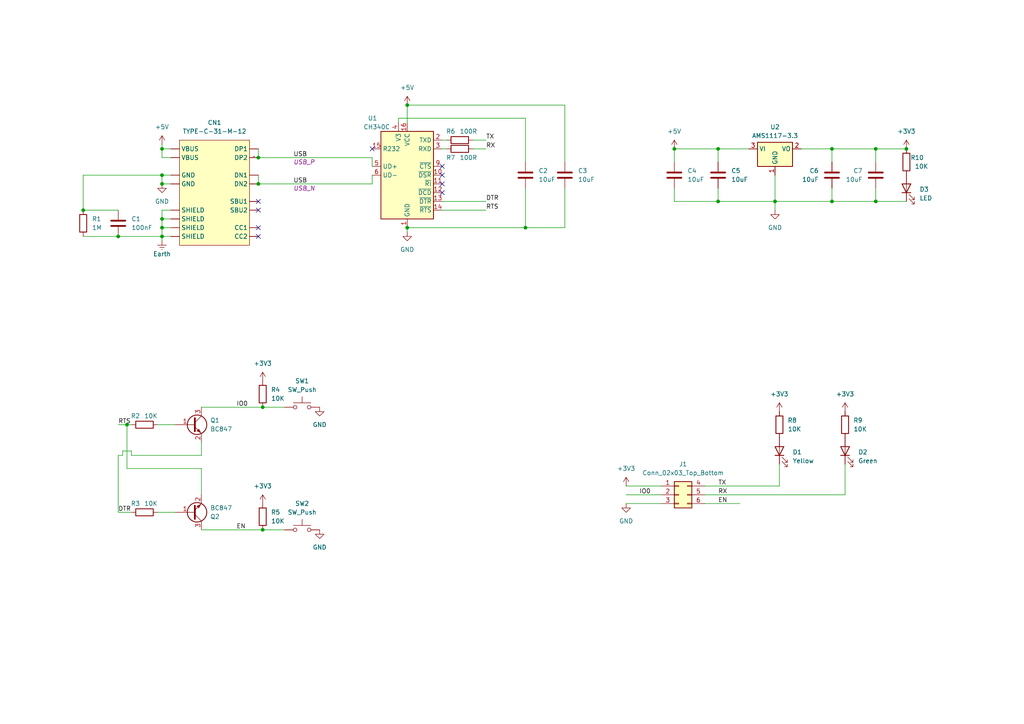
<source format=kicad_sch>
(kicad_sch (version 20230121) (generator eeschema)
  (paper "A4")
  (title_block (title "TPB - TTL Programming Board") (date "9/9/2023") (rev "V1.1"))
  (lib_symbols
    (symbol "Connector_Generic:Conn_02x03_Top_Bottom" (pin_names (offset 1.016) hide)
      (property "Reference" "J" (at 1.27 5.08 0))
      (property "Value" "Conn_02x03_Top_Bottom" (at 1.27 -5.08 0))
      (symbol "Conn_02x03_Top_Bottom_1_1"
        (rectangle (start -1.27 -2.413) (end 0 -2.667) (stroke (width 0.1524)))
        (rectangle (start -1.27 0.127) (end 0 -0.127) (stroke (width 0.1524)))
        (rectangle (start -1.27 2.667) (end 0 2.413) (stroke (width 0.1524)))
        (rectangle (start -1.27 3.81) (end 3.81 -3.81) (stroke (width 0.254)) (fill (type background)))
        (rectangle (start 3.81 -2.413) (end 2.54 -2.667) (stroke (width 0.1524)))
        (rectangle (start 3.81 0.127) (end 2.54 -0.127) (stroke (width 0.1524)))
        (rectangle (start 3.81 2.667) (end 2.54 2.413) (stroke (width 0.1524)))
        (pin passive line (at -5.08 2.54 0) (length 3.81) (name "Pin_1") (number "1"))
        (pin passive line (at -5.08 0 0) (length 3.81) (name "Pin_2") (number "2"))
        (pin passive line (at -5.08 -2.54 0) (length 3.81) (name "Pin_3") (number "3"))
        (pin passive line (at 7.62 2.54 180) (length 3.81) (name "Pin_4") (number "4"))
        (pin passive line (at 7.62 0 180) (length 3.81) (name "Pin_5") (number "5"))
        (pin passive line (at 7.62 -2.54 180) (length 3.81) (name "Pin_6") (number "6"))
      )
    )
    (symbol "Device:C" (pin_numbers hide) (pin_names (offset 0.254))
      (property "Reference" "C" (at 0.635 2.54 0))
      (property "Value" "C" (at 0.635 -2.54 0))
      (symbol "C_0_1"
        (polyline (pts (xy -2.032 -0.762) (xy 2.032 -0.762)) (stroke (width 0.508)))
        (polyline (pts (xy -2.032 0.762) (xy 2.032 0.762)) (stroke (width 0.508)))
      )
      (symbol "C_1_1"
        (pin passive line (at 0 3.81 270) (length 2.794) (name "~") (number "1"))
        (pin passive line (at 0 -3.81 90) (length 2.794) (name "~") (number "2"))
      )
    )
    (symbol "Device:LED" (pin_numbers hide) (pin_names (offset 1.016) hide)
      (property "Reference" "D" (at 0 2.54 0))
      (property "Value" "LED" (at 0 -2.54 0))
      (symbol "LED_0_1"
        (polyline (pts (xy -1.27 -1.27) (xy -1.27 1.27)) (stroke (width 0.254)))
        (polyline (pts (xy -1.27 0) (xy 1.27 0)))
        (polyline (pts (xy 1.27 -1.27) (xy 1.27 1.27) (xy -1.27 0) (xy 1.27 -1.27)) (stroke (width 0.254)))
        (polyline (pts (xy -3.048 -0.762) (xy -4.572 -2.286) (xy -3.81 -2.286) (xy -4.572 -2.286) (xy -4.572 -1.524)))
        (polyline (pts (xy -1.778 -0.762) (xy -3.302 -2.286) (xy -2.54 -2.286) (xy -3.302 -2.286) (xy -3.302 -1.524)))
      )
      (symbol "LED_1_1"
        (pin passive line (at -3.81 0 0) (length 2.54) (name "K") (number "1"))
        (pin passive line (at 3.81 0 180) (length 2.54) (name "A") (number "2"))
      )
    )
    (symbol "Device:R" (pin_numbers hide) (pin_names (offset 0))
      (property "Reference" "R" (at 2.032 0 90))
      (property "Value" "R" (at 0 0 90))
      (symbol "R_0_1"
        (rectangle (start -1.016 -2.54) (end 1.016 2.54) (stroke (width 0.254)))
      )
      (symbol "R_1_1"
        (pin passive line (at 0 3.81 270) (length 1.27) (name "~") (number "1"))
        (pin passive line (at 0 -3.81 90) (length 1.27) (name "~") (number "2"))
      )
    )
    (symbol "Interface_USB:CH340C"
      (property "Reference" "U" (at -5.08 13.97 0))
      (property "Value" "CH340C" (at 1.27 13.97 0))
      (symbol "CH340C_0_1"
        (rectangle (start -7.62 12.7) (end 7.62 -12.7) (stroke (width 0.254)) (fill (type background)))
      )
      (symbol "CH340C_1_1"
        (pin power_in line (at 0 -15.24 90) (length 2.54) (name "GND") (number "1"))
        (pin input line (at 10.16 0 180) (length 2.54) (name "~{DSR}") (number "10"))
        (pin input line (at 10.16 -2.54 180) (length 2.54) (name "~{RI}") (number "11"))
        (pin input line (at 10.16 -5.08 180) (length 2.54) (name "~{DCD}") (number "12"))
        (pin output line (at 10.16 -7.62 180) (length 2.54) (name "~{DTR}") (number "13"))
        (pin output line (at 10.16 -10.16 180) (length 2.54) (name "~{RTS}") (number "14"))
        (pin input line (at -10.16 7.62 0) (length 2.54) (name "R232") (number "15"))
        (pin power_in line (at 0 15.24 270) (length 2.54) (name "VCC") (number "16"))
        (pin output line (at 10.16 10.16 180) (length 2.54) (name "TXD") (number "2"))
        (pin input line (at 10.16 7.62 180) (length 2.54) (name "RXD") (number "3"))
        (pin passive line (at -2.54 15.24 270) (length 2.54) (name "V3") (number "4"))
        (pin bidirectional line (at -10.16 2.54 0) (length 2.54) (name "UD+") (number "5"))
        (pin bidirectional line (at -10.16 0 0) (length 2.54) (name "UD-") (number "6"))
        (pin no_connect line (at -7.62 -7.62 0) (length 2.54) hide (name "NC") (number "7"))
        (pin no_connect line (at -7.62 -10.16 0) (length 2.54) hide (name "NC") (number "8"))
        (pin input line (at 10.16 2.54 180) (length 2.54) (name "~{CTS}") (number "9"))
      )
    )
    (symbol "RK Library:TYPE-C-31-M-12"
      (property "Reference" "CN?" (at -7.62 17.78 0))
      (property "Value" "TYPE-C-31-M-12" (at 0 -17.78 0))
      (symbol "TYPE-C-31-M-12_1_1"
        (rectangle (start -10.16 15.24) (end 10.16 -15.24) (fill (type background)))
        (pin power_in line (at -12.7 2.54 0) (length 2.54) (name "GND") (number "A1/B12"))
        (pin power_in line (at -12.7 12.7 0) (length 2.54) (name "VBUS") (number "A4/B9"))
        (pin passive line (at 12.7 -10.16 180) (length 2.54) (name "CC1") (number "A5"))
        (pin passive line (at 12.7 12.7 180) (length 2.54) (name "DP1") (number "A6"))
        (pin passive line (at 12.7 5.08 180) (length 2.54) (name "DN1") (number "A7"))
        (pin passive line (at 12.7 -2.54 180) (length 2.54) (name "SBU1") (number "A8"))
        (pin power_in line (at -12.7 5.08 0) (length 2.54) (name "GND") (number "B1/A12"))
        (pin power_out line (at -12.7 10.16 0) (length 2.54) (name "VBUS") (number "B4/A9"))
        (pin passive line (at 12.7 -12.7 180) (length 2.54) (name "CC2") (number "B5"))
        (pin passive line (at 12.7 10.16 180) (length 2.54) (name "DP2") (number "B6"))
        (pin passive line (at 12.7 2.54 180) (length 2.54) (name "DN2") (number "B7"))
        (pin passive line (at 12.7 -5.08 180) (length 2.54) (name "SBU2") (number "B8"))
        (pin passive line (at -12.7 -5.08 0) (length 2.54) (name "SHIELD") (number "S1"))
        (pin passive line (at -12.7 -7.62 0) (length 2.54) (name "SHIELD") (number "S2"))
        (pin passive line (at -12.7 -10.16 0) (length 2.54) (name "SHIELD") (number "S3"))
        (pin passive line (at -12.7 -12.7 0) (length 2.54) (name "SHIELD") (number "S4"))
      )
    )
    (symbol "Regulator_Linear:AMS1117-3.3"
      (property "Reference" "U" (at -3.81 3.175 0))
      (property "Value" "AMS1117-3.3" (at 0 3.175 0))
      (symbol "AMS1117-3.3_0_1"
        (rectangle (start -5.08 -5.08) (end 5.08 1.905) (stroke (width 0.254)) (fill (type background)))
      )
      (symbol "AMS1117-3.3_1_1"
        (pin power_in line (at 0 -7.62 90) (length 2.54) (name "GND") (number "1"))
        (pin power_out line (at 7.62 0 180) (length 2.54) (name "VO") (number "2"))
        (pin power_in line (at -7.62 0 0) (length 2.54) (name "VI") (number "3"))
      )
    )
    (symbol "Switch:SW_Push" (pin_numbers hide) (pin_names (offset 1.016) hide)
      (property "Reference" "SW" (at 1.27 2.54 0))
      (property "Value" "SW_Push" (at 0 -1.524 0))
      (symbol "SW_Push_0_1"
        (circle (center -2.032 0) (radius 0.508))
        (polyline (pts (xy 0 1.27) (xy 0 3.048)))
        (polyline (pts (xy 2.54 1.27) (xy -2.54 1.27)))
        (circle (center 2.032 0) (radius 0.508))
        (pin passive line (at -5.08 0 0) (length 2.54) (name "1") (number "1"))
        (pin passive line (at 5.08 0 180) (length 2.54) (name "2") (number "2"))
      )
    )
    (symbol "Transistor_BJT:BC847" (pin_names (offset 0) hide)
      (property "Reference" "Q" (at 5.08 1.905 0))
      (property "Value" "BC847" (at 5.08 0 0))
      (symbol "BC847_0_1"
        (polyline (pts (xy 0.635 0.635) (xy 2.54 2.54)))
        (polyline (pts (xy 0.635 -0.635) (xy 2.54 -2.54) (xy 2.54 -2.54)))
        (polyline (pts (xy 0.635 1.905) (xy 0.635 -1.905) (xy 0.635 -1.905)) (stroke (width 0.508)))
        (polyline (pts (xy 1.27 -1.778) (xy 1.778 -1.27) (xy 2.286 -2.286) (xy 1.27 -1.778) (xy 1.27 -1.778)) (fill (type outline)))
        (circle (center 1.27 0) (radius 2.8194) (stroke (width 0.254)))
      )
      (symbol "BC847_1_1"
        (pin input line (at -5.08 0 0) (length 5.715) (name "B") (number "1"))
        (pin passive line (at 2.54 -5.08 90) (length 2.54) (name "E") (number "2"))
        (pin passive line (at 2.54 5.08 270) (length 2.54) (name "C") (number "3"))
      )
    )
    (symbol "power:+3V3" (power) (pin_names (offset 0))
      (property "Value" "+3V3" (at 0 3.556 0))
      (symbol "+3V3_0_1"
        (polyline (pts (xy -0.762 1.27) (xy 0 2.54)))
        (polyline (pts (xy 0 0) (xy 0 2.54)))
        (polyline (pts (xy 0 2.54) (xy 0.762 1.27)))
      )
      (symbol "+3V3_1_1"
        (pin power_in line (at 0 0 90) (length 0) hide (name "+3V3") (number "1"))
      )
    )
    (symbol "power:+5V" (power) (pin_names (offset 0))
      (property "Value" "+5V" (at 0 3.556 0))
      (symbol "+5V_0_1"
        (polyline (pts (xy -0.762 1.27) (xy 0 2.54)))
        (polyline (pts (xy 0 0) (xy 0 2.54)))
        (polyline (pts (xy 0 2.54) (xy 0.762 1.27)))
      )
      (symbol "+5V_1_1"
        (pin power_in line (at 0 0 90) (length 0) hide (name "+5V") (number "1"))
      )
    )
    (symbol "power:Earth" (power) (pin_names (offset 0))
      (symbol "Earth_0_1"
        (polyline (pts (xy -0.635 -1.905) (xy 0.635 -1.905)))
        (polyline (pts (xy -0.127 -2.54) (xy 0.127 -2.54)))
        (polyline (pts (xy 0 -1.27) (xy 0 0)))
        (polyline (pts (xy 1.27 -1.27) (xy -1.27 -1.27)))
      )
      (symbol "Earth_1_1"
        (pin power_in line (at 0 0 270) (length 0) hide (name "Earth") (number "1"))
      )
    )
    (symbol "power:GND" (power) (pin_names (offset 0))
      (property "Value" "GND" (at 0 -3.81 0))
      (symbol "GND_0_1"
        (polyline (pts (xy 0 0) (xy 0 -1.27) (xy 1.27 -1.27) (xy 0 -2.54) (xy -1.27 -1.27) (xy 0 -1.27)))
      )
      (symbol "GND_1_1"
        (pin power_in line (at 0 0 270) (length 0) hide (name "GND") (number "1"))
      )
    )
  )
  (junction (at 46.99 53.34))
  (junction (at 46.99 63.5))
  (junction (at 74.93 45.72))
  (junction (at 118.11 30.48))
  (junction (at 34.29 68.58))
  (junction (at 254 43.18))
  (junction (at 241.3 43.18))
  (junction (at 46.99 43.18))
  (junction (at 76.2 153.67))
  (junction (at 152.4 66.04))
  (junction (at 118.11 66.04))
  (junction (at 74.93 53.34))
  (junction (at 254 58.42))
  (junction (at 46.99 50.8))
  (junction (at 208.28 43.18))
  (junction (at 195.58 43.18))
  (junction (at 241.3 58.42))
  (junction (at 36.83 123.19))
  (junction (at 24.13 60.96))
  (junction (at 208.28 58.42))
  (junction (at 76.2 118.11))
  (junction (at 224.79 58.42))
  (junction (at 46.99 68.58))
  (junction (at 262.89 43.18))
  (junction (at 46.99 66.04))
  (no_connect (at 107.95 43.18))
  (no_connect (at 128.27 53.34))
  (no_connect (at 128.27 50.8))
  (no_connect (at 128.27 55.88))
  (no_connect (at 74.93 66.04))
  (no_connect (at 74.93 68.58))
  (no_connect (at 74.93 58.42))
  (no_connect (at 128.27 48.26))
  (no_connect (at 74.93 60.96))
  (wire (pts (xy 241.3 43.18) (xy 232.41 43.18)))
  (wire (pts (xy 38.1 132.08) (xy 58.42 132.08)))
  (wire (pts (xy 115.57 34.29) (xy 115.57 35.56)))
  (wire (pts (xy 34.29 148.59) (xy 38.1 148.59)))
  (wire (pts (xy 46.99 66.04) (xy 46.99 63.5)))
  (wire (pts (xy 58.42 153.67) (xy 76.2 153.67)))
  (wire (pts (xy 224.79 58.42) (xy 241.3 58.42)))
  (wire (pts (xy 163.83 30.48) (xy 118.11 30.48)))
  (wire (pts (xy 46.99 63.5) (xy 49.53 63.5)))
  (wire (pts (xy 152.4 54.61) (xy 152.4 66.04)))
  (wire (pts (xy 38.1 130.81) (xy 38.1 132.08)))
  (wire (pts (xy 245.11 134.62) (xy 245.11 143.51)))
  (wire (pts (xy 254 46.99) (xy 254 43.18)))
  (wire (pts (xy 45.72 148.59) (xy 50.8 148.59)))
  (wire (pts (xy 181.61 140.97) (xy 191.77 140.97)))
  (wire (pts (xy 76.2 118.11) (xy 82.55 118.11)))
  (wire (pts (xy 195.58 54.61) (xy 195.58 58.42)))
  (wire (pts (xy 35.56 130.81) (xy 38.1 130.81)))
  (wire (pts (xy 45.72 123.19) (xy 50.8 123.19)))
  (wire (pts (xy 118.11 66.04) (xy 152.4 66.04)))
  (wire (pts (xy 241.3 58.42) (xy 254 58.42)))
  (wire (pts (xy 46.99 43.18) (xy 49.53 43.18)))
  (wire (pts (xy 36.83 135.89) (xy 58.42 135.89)))
  (wire (pts (xy 74.93 50.8) (xy 74.93 53.34)))
  (wire (pts (xy 163.83 54.61) (xy 163.83 66.04)))
  (wire (pts (xy 36.83 123.19) (xy 38.1 123.19)))
  (wire (pts (xy 46.99 69.85) (xy 46.99 68.58)))
  (wire (pts (xy 195.58 46.99) (xy 195.58 43.18)))
  (wire (pts (xy 74.93 53.34) (xy 107.95 53.34)))
  (wire (pts (xy 128.27 40.64) (xy 129.54 40.64)))
  (wire (pts (xy 181.61 146.05) (xy 191.77 146.05)))
  (wire (pts (xy 46.99 50.8) (xy 46.99 53.34)))
  (wire (pts (xy 58.42 135.89) (xy 58.42 143.51)))
  (wire (pts (xy 34.29 132.08) (xy 35.56 132.08)))
  (wire (pts (xy 208.28 54.61) (xy 208.28 58.42)))
  (wire (pts (xy 46.99 68.58) (xy 46.99 66.04)))
  (wire (pts (xy 204.47 143.51) (xy 245.11 143.51)))
  (wire (pts (xy 107.95 45.72) (xy 107.95 48.26)))
  (wire (pts (xy 137.16 40.64) (xy 140.97 40.64)))
  (wire (pts (xy 241.3 46.99) (xy 241.3 43.18)))
  (wire (pts (xy 46.99 45.72) (xy 49.53 45.72)))
  (wire (pts (xy 107.95 50.8) (xy 107.95 53.34)))
  (wire (pts (xy 224.79 58.42) (xy 224.79 50.8)))
  (wire (pts (xy 152.4 34.29) (xy 152.4 46.99)))
  (wire (pts (xy 76.2 153.67) (xy 82.55 153.67)))
  (wire (pts (xy 115.57 34.29) (xy 152.4 34.29)))
  (wire (pts (xy 128.27 43.18) (xy 129.54 43.18)))
  (wire (pts (xy 195.58 58.42) (xy 208.28 58.42)))
  (wire (pts (xy 118.11 66.04) (xy 118.11 67.31)))
  (wire (pts (xy 74.93 45.72) (xy 107.95 45.72)))
  (wire (pts (xy 24.13 50.8) (xy 24.13 60.96)))
  (wire (pts (xy 58.42 118.11) (xy 76.2 118.11)))
  (wire (pts (xy 137.16 43.18) (xy 140.97 43.18)))
  (wire (pts (xy 46.99 53.34) (xy 49.53 53.34)))
  (wire (pts (xy 58.42 128.27) (xy 58.42 132.08)))
  (wire (pts (xy 152.4 66.04) (xy 163.83 66.04)))
  (wire (pts (xy 208.28 46.99) (xy 208.28 43.18)))
  (wire (pts (xy 226.06 134.62) (xy 226.06 140.97)))
  (wire (pts (xy 46.99 66.04) (xy 49.53 66.04)))
  (wire (pts (xy 35.56 130.81) (xy 35.56 132.08)))
  (wire (pts (xy 46.99 68.58) (xy 49.53 68.58)))
  (wire (pts (xy 254 43.18) (xy 262.89 43.18)))
  (wire (pts (xy 204.47 140.97) (xy 226.06 140.97)))
  (wire (pts (xy 254 54.61) (xy 254 58.42)))
  (wire (pts (xy 36.83 123.19) (xy 36.83 135.89)))
  (wire (pts (xy 24.13 50.8) (xy 46.99 50.8)))
  (wire (pts (xy 46.99 41.91) (xy 46.99 43.18)))
  (wire (pts (xy 208.28 43.18) (xy 217.17 43.18)))
  (wire (pts (xy 224.79 60.96) (xy 224.79 58.42)))
  (wire (pts (xy 204.47 146.05) (xy 214.63 146.05)))
  (wire (pts (xy 128.27 58.42) (xy 140.97 58.42)))
  (wire (pts (xy 195.58 43.18) (xy 208.28 43.18)))
  (wire (pts (xy 254 58.42) (xy 262.89 58.42)))
  (wire (pts (xy 181.61 143.51) (xy 191.77 143.51)))
  (wire (pts (xy 46.99 43.18) (xy 46.99 45.72)))
  (wire (pts (xy 163.83 46.99) (xy 163.83 30.48)))
  (wire (pts (xy 46.99 60.96) (xy 49.53 60.96)))
  (wire (pts (xy 34.29 123.19) (xy 36.83 123.19)))
  (wire (pts (xy 34.29 132.08) (xy 34.29 148.59)))
  (wire (pts (xy 24.13 60.96) (xy 34.29 60.96)))
  (wire (pts (xy 24.13 68.58) (xy 34.29 68.58)))
  (wire (pts (xy 241.3 54.61) (xy 241.3 58.42)))
  (wire (pts (xy 49.53 50.8) (xy 46.99 50.8)))
  (wire (pts (xy 128.27 60.96) (xy 140.97 60.96)))
  (wire (pts (xy 34.29 68.58) (xy 46.99 68.58)))
  (wire (pts (xy 254 43.18) (xy 241.3 43.18)))
  (wire (pts (xy 74.93 43.18) (xy 74.93 45.72)))
  (wire (pts (xy 208.28 58.42) (xy 224.79 58.42)))
  (wire (pts (xy 46.99 63.5) (xy 46.99 60.96)))
  (wire (pts (xy 118.11 30.48) (xy 118.11 35.56)))
  (label "USB" (at 85.09 45.72 0) (property "USB" "USB_P" (at 85.09 46.99 0) (effects (font italic) (justify left))))
  (label "RX" (at 208.28 143.51 0))
  (label "TX" (at 140.97 40.64 0))
  (label "EN" (at 208.28 146.05 0))
  (label "DTR" (at 140.97 58.42 0))
  (label "DTR" (at 34.29 148.59 0))
  (label "IO0" (at 185.42 143.51 0))
  (label "IO0" (at 68.58 118.11 0))
  (label "EN" (at 68.58 153.67 0))
  (label "RTS" (at 140.97 60.96 0))
  (label "USB" (at 85.09 53.34 0) (property "USB" "USB_N" (at 85.09 54.61 0) (effects (font italic) (justify left))))
  (label "RX" (at 140.97 43.18 0))
  (label "TX" (at 208.28 140.97 0))
  (label "RTS" (at 34.29 123.19 0))
  (symbol (lib_id "power:+5V") (at 118.11 30.48 0) (unit 1)
    (property "Reference" "#PWR08" (effects hide))
    (property "Value" "+5V" (at 118.11 25.4 0))
  )
  (symbol (lib_id "Device:LED") (at 262.89 54.61 90) (unit 1)
    (property "Reference" "D3" (at 266.7 54.9275 90) (effects (justify right)))
    (property "Value" "LED" (at 266.7 57.4675 90) (effects (justify right)))
    (property "Footprint" "LED_SMD:LED_0805_2012Metric_Pad1.15x1.40mm_HandSolder" (effects hide))
  )
  (symbol (lib_id "power:Earth") (at 46.99 69.85 0) (unit 1)
    (property "Reference" "#PWR03" (effects hide))
    (property "Value" "Earth" (at 46.99 73.66 0))
  )
  (symbol (lib_id "Switch:SW_Push") (at 87.63 118.11 0) (unit 1)
    (property "Reference" "SW1" (at 87.63 110.49 0))
    (property "Value" "SW_Push" (at 87.63 113.03 0))
    (property "Footprint" "Button_Switch_SMD:SW_SPST_TL3305C" (effects hide))
  )
  (symbol (lib_id "Transistor_BJT:BC847") (at 55.88 123.19 0) (unit 1)
    (property "Reference" "Q1" (at 60.96 121.92 0) (effects (justify left)))
    (property "Value" "BC847" (at 60.96 124.46 0) (effects (justify left)))
    (property "Footprint" "Package_TO_SOT_SMD:SOT-23" (effects hide))
    (property "Datasheet" "http://www.infineon.com/dgdl/Infineon-BC847SERIES_BC848SERIES_BC849SERIES_BC850SERIES-DS-v01_01-en.pdf?fileId=db3a304314dca389011541d4630a1657" (effects hide))
  )
  (symbol (lib_id "power:+3V3") (at 245.11 119.38 0) (unit 1)
    (property "Reference" "#PWR015" (effects hide))
    (property "Value" "+3V3" (at 245.11 114.3 0))
  )
  (symbol (lib_id "power:GND") (at 224.79 60.96 0) (unit 1)
    (property "Reference" "#PWR014" (effects hide))
    (property "Value" "GND" (at 224.79 66.04 0))
  )
  (symbol (lib_id "Device:R") (at 226.06 123.19 180) (unit 1)
    (property "Reference" "R8" (at 231.14 121.92 0) (effects (justify left)))
    (property "Value" "10K" (at 232.41 124.46 0) (effects (justify left)))
    (property "Footprint" "Resistor_SMD:R_0603_1608Metric_Pad0.98x0.95mm_HandSolder" (effects hide))
  )
  (symbol (lib_id "Transistor_BJT:BC847") (at 55.88 148.59 0) (mirror x) (unit 1)
    (property "Reference" "Q2" (at 60.96 149.86 0) (effects (justify left)))
    (property "Value" "BC847" (at 60.96 147.32 0) (effects (justify left)))
    (property "Footprint" "Package_TO_SOT_SMD:SOT-23" (effects hide))
    (property "Datasheet" "http://www.infineon.com/dgdl/Infineon-BC847SERIES_BC848SERIES_BC849SERIES_BC850SERIES-DS-v01_01-en.pdf?fileId=db3a304314dca389011541d4630a1657" (effects hide))
  )
  (symbol (lib_id "Device:LED") (at 245.11 130.81 90) (unit 1)
    (property "Reference" "D2" (at 248.92 131.1275 90) (effects (justify right)))
    (property "Value" "Green" (at 248.92 133.6675 90) (effects (justify right)))
    (property "Footprint" "LED_SMD:LED_0805_2012Metric_Pad1.15x1.40mm_HandSolder" (effects hide))
  )
  (symbol (lib_id "power:GND") (at 92.71 153.67 0) (unit 1)
    (property "Reference" "#PWR07" (effects hide))
    (property "Value" "GND" (at 92.71 158.75 0))
  )
  (symbol (lib_id "power:+3V3") (at 76.2 110.49 0) (unit 1)
    (property "Reference" "#PWR04" (effects hide))
    (property "Value" "+3V3" (at 76.2 105.41 0))
  )
  (symbol (lib_id "power:+3V3") (at 76.2 146.05 0) (unit 1)
    (property "Reference" "#PWR05" (effects hide))
    (property "Value" "+3V3" (at 76.2 140.97 0))
  )
  (symbol (lib_id "power:GND") (at 46.99 53.34 0) (unit 1)
    (property "Reference" "#PWR02" (effects hide))
    (property "Value" "GND" (at 46.99 58.42 0))
  )
  (symbol (lib_id "power:+5V") (at 195.58 43.18 0) (unit 1)
    (property "Reference" "#PWR012" (effects hide))
    (property "Value" "+5V" (at 195.58 38.1 0))
  )
  (symbol (lib_id "power:+3V3") (at 181.61 140.97 0) (unit 1)
    (property "Reference" "#PWR010" (effects hide))
    (property "Value" "+3V3" (at 181.61 135.89 0))
  )
  (symbol (lib_id "Device:R") (at 24.13 64.77 0) (unit 1)
    (property "Reference" "R1" (at 26.67 63.5 0) (effects (justify left)))
    (property "Value" "1M" (at 26.67 66.04 0) (effects (justify left)))
    (property "Footprint" "Resistor_SMD:R_0603_1608Metric_Pad0.98x0.95mm_HandSolder" (effects hide))
  )
  (symbol (lib_id "Device:C") (at 208.28 50.8 0) (unit 1)
    (property "Reference" "C5" (at 212.09 49.53 0) (effects (justify left)))
    (property "Value" "10uF" (at 212.09 52.07 0) (effects (justify left)))
    (property "Footprint" "Capacitor_SMD:C_0603_1608Metric_Pad1.08x0.95mm_HandSolder" (effects hide))
  )
  (symbol (lib_id "Device:R") (at 245.11 123.19 180) (unit 1)
    (property "Reference" "R9" (at 250.19 121.92 0) (effects (justify left)))
    (property "Value" "10K" (at 251.46 124.46 0) (effects (justify left)))
    (property "Footprint" "Resistor_SMD:R_0603_1608Metric_Pad0.98x0.95mm_HandSolder" (effects hide))
  )
  (symbol (lib_id "RK Library:TYPE-C-31-M-12") (at 62.23 55.88 0) (unit 1)
    (property "Reference" "CN1" (at 62.23 35.56 0))
    (property "Value" "TYPE-C-31-M-12" (at 62.23 38.1 0))
    (property "Footprint" "RK Library:TYPE-C-31-M-12" (effects hide))
  )
  (symbol (lib_id "Device:R") (at 262.89 46.99 180) (unit 1)
    (property "Reference" "R10" (at 267.97 45.72 0) (effects (justify left)))
    (property "Value" "10K" (at 269.24 48.26 0) (effects (justify left)))
    (property "Footprint" "LED_SMD:LED_0805_2012Metric_Pad1.15x1.40mm_HandSolder" (effects hide))
  )
  (symbol (lib_id "Device:C") (at 163.83 50.8 0) (unit 1)
    (property "Reference" "C3" (at 167.64 49.53 0) (effects (justify left)))
    (property "Value" "10uF" (at 167.64 52.07 0) (effects (justify left)))
    (property "Footprint" "Capacitor_SMD:C_0603_1608Metric_Pad1.08x0.95mm_HandSolder" (effects hide))
  )
  (symbol (lib_id "Switch:SW_Push") (at 87.63 153.67 0) (unit 1)
    (property "Reference" "SW2" (at 87.63 146.05 0))
    (property "Value" "SW_Push" (at 87.63 148.59 0))
    (property "Footprint" "Button_Switch_SMD:SW_SPST_TL3305C" (effects hide))
  )
  (symbol (lib_id "Device:R") (at 76.2 114.3 180) (unit 1)
    (property "Reference" "R4" (at 81.28 113.03 0) (effects (justify left)))
    (property "Value" "10K" (at 82.55 115.57 0) (effects (justify left)))
    (property "Footprint" "Resistor_SMD:R_0603_1608Metric_Pad0.98x0.95mm_HandSolder" (effects hide))
  )
  (symbol (lib_id "Device:LED") (at 226.06 130.81 90) (unit 1)
    (property "Reference" "D1" (at 229.87 131.1275 90) (effects (justify right)))
    (property "Value" "Yellow" (at 229.87 133.6675 90) (effects (justify right)))
    (property "Footprint" "LED_SMD:LED_0805_2012Metric_Pad1.15x1.40mm_HandSolder" (effects hide))
  )
  (symbol (lib_id "Interface_USB:CH340C") (at 118.11 50.8 0) (unit 1)
    (property "Reference" "U1" (at 106.68 34.29 0) (effects (justify left)))
    (property "Value" "CH340C" (at 105.41 36.83 0) (effects (justify left)))
    (property "Footprint" "Package_SO:SOIC-16_3.9x9.9mm_P1.27mm" (effects hide))
    (property "Datasheet" "https://datasheet.lcsc.com/szlcsc/Jiangsu-Qin-Heng-CH340C_C84681.pdf" (effects hide))
  )
  (symbol (lib_id "Device:C") (at 152.4 50.8 0) (unit 1)
    (property "Reference" "C2" (at 156.21 49.53 0) (effects (justify left)))
    (property "Value" "10uF" (at 156.21 52.07 0) (effects (justify left)))
    (property "Footprint" "Capacitor_SMD:C_0603_1608Metric_Pad1.08x0.95mm_HandSolder" (effects hide))
  )
  (symbol (lib_id "power:+3V3") (at 262.89 43.18 0) (unit 1)
    (property "Reference" "#PWR016" (effects hide))
    (property "Value" "+3V3" (at 262.89 38.1 0))
  )
  (symbol (lib_id "power:+3V3") (at 226.06 119.38 0) (unit 1)
    (property "Reference" "#PWR013" (effects hide))
    (property "Value" "+3V3" (at 226.06 114.3 0))
  )
  (symbol (lib_id "Device:C") (at 34.29 64.77 0) (unit 1)
    (property "Reference" "C1" (at 38.1 63.5 0) (effects (justify left)))
    (property "Value" "100nF" (at 38.1 66.04 0) (effects (justify left)))
    (property "Footprint" "Capacitor_SMD:C_0603_1608Metric_Pad1.08x0.95mm_HandSolder" (effects hide))
    (property "Voltage" "50V" (effects hide))
  )
  (symbol (lib_id "Regulator_Linear:AMS1117-3.3") (at 224.79 43.18 0) (unit 1)
    (property "Reference" "U2" (at 224.79 36.83 0))
    (property "Value" "AMS1117-3.3" (at 224.79 39.37 0))
    (property "Footprint" "Package_TO_SOT_SMD:SOT-223-3_TabPin2" (effects hide))
    (property "Datasheet" "http://www.advanced-monolithic.com/pdf/ds1117.pdf" (effects hide))
  )
  (symbol (lib_id "power:GND") (at 181.61 146.05 0) (unit 1)
    (property "Reference" "#PWR011" (effects hide))
    (property "Value" "GND" (at 181.61 151.13 0))
  )
  (symbol (lib_id "Device:R") (at 41.91 148.59 90) (unit 1)
    (property "Reference" "R3" (at 40.64 146.05 90) (effects (justify left)))
    (property "Value" "10K" (at 45.72 146.05 90) (effects (justify left)))
    (property "Footprint" "Resistor_SMD:R_0603_1608Metric_Pad0.98x0.95mm_HandSolder" (effects hide))
  )
  (symbol (lib_id "power:+5V") (at 46.99 41.91 0) (unit 1)
    (property "Reference" "#PWR01" (effects hide))
    (property "Value" "+5V" (at 46.99 36.83 0))
  )
  (symbol (lib_id "Device:C") (at 254 50.8 0) (mirror y) (unit 1)
    (property "Reference" "C7" (at 250.19 49.53 0) (effects (justify left)))
    (property "Value" "10uF" (at 250.19 52.07 0) (effects (justify left)))
    (property "Footprint" "Capacitor_SMD:C_0603_1608Metric_Pad1.08x0.95mm_HandSolder" (effects hide))
  )
  (symbol (lib_id "power:GND") (at 118.11 67.31 0) (unit 1)
    (property "Reference" "#PWR09" (effects hide))
    (property "Value" "GND" (at 118.11 72.39 0))
  )
  (symbol (lib_id "Device:C") (at 241.3 50.8 0) (mirror y) (unit 1)
    (property "Reference" "C6" (at 237.49 49.53 0) (effects (justify left)))
    (property "Value" "10uF" (at 237.49 52.07 0) (effects (justify left)))
    (property "Footprint" "Capacitor_SMD:C_0603_1608Metric_Pad1.08x0.95mm_HandSolder" (effects hide))
  )
  (symbol (lib_id "power:GND") (at 92.71 118.11 0) (unit 1)
    (property "Reference" "#PWR06" (effects hide))
    (property "Value" "GND" (at 92.71 123.19 0))
  )
  (symbol (lib_id "Device:R") (at 133.35 43.18 90) (unit 1)
    (property "Reference" "R7" (at 132.08 45.72 90) (effects (justify left)))
    (property "Value" "100R" (at 138.43 45.72 90) (effects (justify left)))
    (property "Footprint" "Resistor_SMD:R_0603_1608Metric_Pad0.98x0.95mm_HandSolder" (effects hide))
  )
  (symbol (lib_id "Device:R") (at 76.2 149.86 180) (unit 1)
    (property "Reference" "R5" (at 81.28 148.59 0) (effects (justify left)))
    (property "Value" "10K" (at 82.55 151.13 0) (effects (justify left)))
    (property "Footprint" "Resistor_SMD:R_0603_1608Metric_Pad0.98x0.95mm_HandSolder" (effects hide))
  )
  (symbol (lib_id "Device:C") (at 195.58 50.8 0) (unit 1)
    (property "Reference" "C4" (at 199.39 49.53 0) (effects (justify left)))
    (property "Value" "10uF" (at 199.39 52.07 0) (effects (justify left)))
    (property "Footprint" "Capacitor_SMD:C_0603_1608Metric_Pad1.08x0.95mm_HandSolder" (effects hide))
  )
  (symbol (lib_id "Device:R") (at 41.91 123.19 90) (unit 1)
    (property "Reference" "R2" (at 40.64 120.65 90) (effects (justify left)))
    (property "Value" "10K" (at 45.72 120.65 90) (effects (justify left)))
    (property "Footprint" "Resistor_SMD:R_0603_1608Metric_Pad0.98x0.95mm_HandSolder" (effects hide))
  )
  (symbol (lib_id "Device:R") (at 133.35 40.64 90) (unit 1)
    (property "Reference" "R6" (at 132.08 38.1 90) (effects (justify left)))
    (property "Value" "100R" (at 138.43 38.1 90) (effects (justify left)))
    (property "Footprint" "Resistor_SMD:R_0603_1608Metric_Pad0.98x0.95mm_HandSolder" (effects hide))
  )
  (symbol (lib_id "Connector_Generic:Conn_02x03_Top_Bottom") (at 196.85 143.51 0) (unit 1)
    (property "Reference" "J1" (at 198.12 134.62 0))
    (property "Value" "Conn_02x03_Top_Bottom" (at 198.12 137.16 0))
    (property "Footprint" "Connector_IDC:IDC-Header_2x03_P2.54mm_Vertical" (effects hide))
  )
)
</source>
